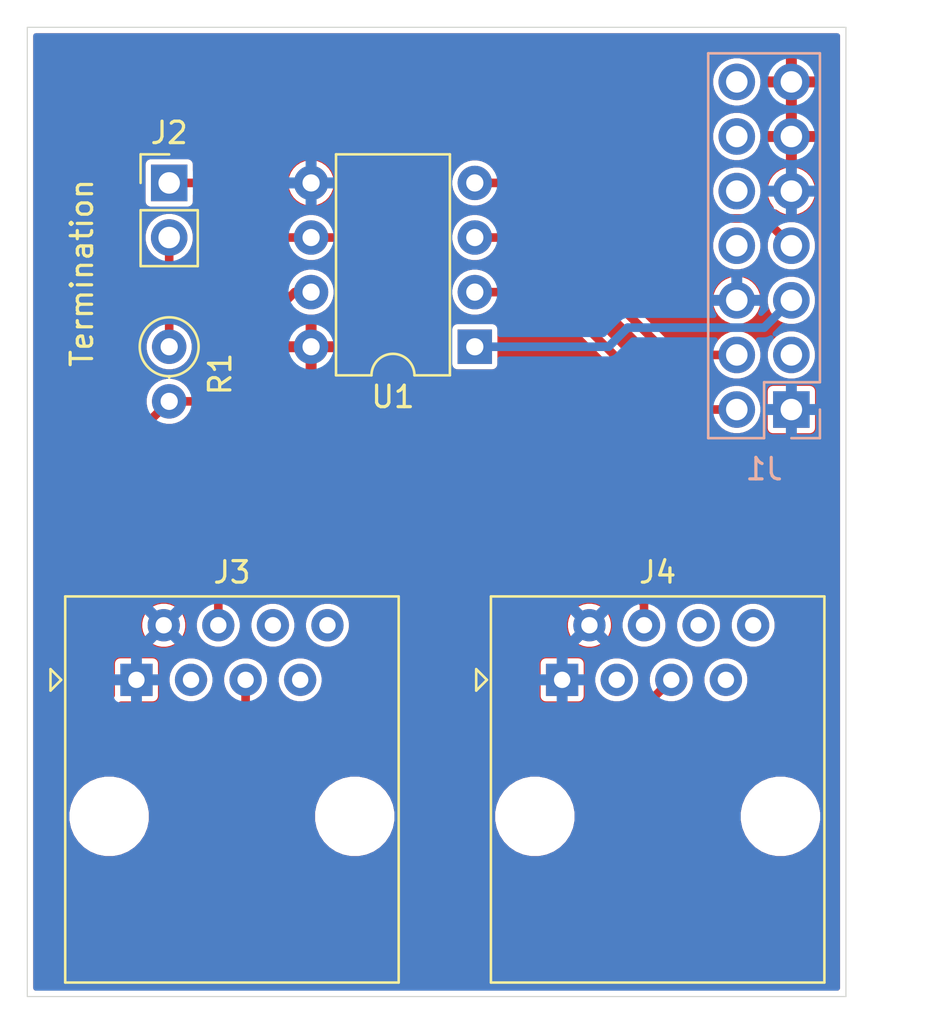
<source format=kicad_pcb>
(kicad_pcb (version 20211014) (generator pcbnew)
  (layers (0 "F.Cu" signal) (31 "B.Cu" signal) (34 "B.Paste" user) (35 "F.Paste" user) (36 "B.SilkS" user "B.Silkscreen") (37 "F.SilkS" user "F.Silkscreen") (38 "B.Mask" user) (39 "F.Mask" user) (44 "Edge.Cuts" user))
  (net 0 "")
  (net 1 "VCC")
  (net 2 "GND")
  (net 3 "DI")
  (net 4 "RO")
  (net 5 "DE")
  (net 6 "RE")
  (net 7 "A")
  (net 8 "Net-(J2-Pad2)")
  (net 9 "B")
  (footprint "Connector_PinHeader_2.54mm:PinHeader_1x02_P2.54mm_Vertical" (layer "F.Cu") (at 142.494 56.134)
    (fp_text reference "J2" (at 0 -2.33) (layer "F.SilkS"))
    (fp_text value "Conn_01x02")
    (fp_line (start -1.33 0) (end -1.33 -1.33) (layer "F.SilkS") (width 0.12))
    (fp_line (start 1.33 1.27) (end 1.33 3.87) (layer "F.SilkS") (width 0.12))
    (fp_line (start -1.33 -1.33) (end 0 -1.33) (layer "F.SilkS") (width 0.12))
    (fp_line (start -1.33 3.87) (end 1.33 3.87) (layer "F.SilkS") (width 0.12))
    (fp_line (start -1.33 1.27) (end -1.33 3.87) (layer "F.SilkS") (width 0.12))
    (fp_line (start -1.33 1.27) (end 1.33 1.27) (layer "F.SilkS") (width 0.12))
    (pad "1" thru_hole rect locked (at 0 0) (size 1.7 1.7) (drill 1) (layers *.Cu *.Mask) (net 7 "A"))
    (pad "2" thru_hole oval locked (at 0 2.54) (size 1.7 1.7) (drill 1) (layers *.Cu *.Mask) (net 8 "Net-(J2-Pad2)"))
  )
  (footprint "Connector_RJ:RJ45_Amphenol_54602-x08_Horizontal" (layer "F.Cu") (at 140.97 79.248)
    (fp_text reference "J3" (at 4.445 -5) (layer "F.SilkS"))
    (fp_text value "RJ45")
    (fp_line (start -4 -0.5) (end -4 0.5) (layer "F.SilkS") (width 0.12))
    (fp_line (start 12.205 -3.88) (end -3.315 -3.88) (layer "F.SilkS") (width 0.12))
    (fp_line (start -4 0.5) (end -3.5 0) (layer "F.SilkS") (width 0.12))
    (fp_line (start 12.205 -3.88) (end 12.205 14.08) (layer "F.SilkS") (width 0.12))
    (fp_line (start -3.315 14.08) (end 12.205 14.08) (layer "F.SilkS") (width 0.12))
    (fp_line (start -3.315 -3.88) (end -3.315 14.08) (layer "F.SilkS") (width 0.12))
    (fp_line (start -3.5 0) (end -4 -0.5) (layer "F.SilkS") (width 0.12))
    (pad "" np_thru_hole circle locked (at 10.16 6.35) (size 3.2 3.2) (drill 3.2) (layers *.Cu *.Mask))
    (pad "" np_thru_hole circle locked (at -1.27 6.35) (size 3.2 3.2) (drill 3.2) (layers *.Cu *.Mask))
    (pad "1" thru_hole rect locked (at 0 0) (size 1.5 1.5) (drill 0.76) (layers *.Cu *.Mask) (net 2 "GND"))
    (pad "2" thru_hole circle locked (at 1.27 -2.54) (size 1.5 1.5) (drill 0.76) (layers *.Cu *.Mask) (net 2 "GND"))
    (pad "3" thru_hole circle locked (at 2.54 0) (size 1.5 1.5) (drill 0.76) (layers *.Cu *.Mask))
    (pad "4" thru_hole circle locked (at 3.81 -2.54) (size 1.5 1.5) (drill 0.76) (layers *.Cu *.Mask) (net 7 "A"))
    (pad "5" thru_hole circle locked (at 5.08 0) (size 1.5 1.5) (drill 0.76) (layers *.Cu *.Mask) (net 9 "B"))
    (pad "6" thru_hole circle locked (at 6.35 -2.54) (size 1.5 1.5) (drill 0.76) (layers *.Cu *.Mask))
    (pad "7" thru_hole circle locked (at 7.62 0) (size 1.5 1.5) (drill 0.76) (layers *.Cu *.Mask))
    (pad "8" thru_hole circle locked (at 8.89 -2.54) (size 1.5 1.5) (drill 0.76) (layers *.Cu *.Mask))
  )
  (footprint "Connector_RJ:RJ45_Amphenol_54602-x08_Horizontal" (layer "F.Cu") (at 160.782 79.248)
    (fp_text reference "J4" (at 4.445 -5) (layer "F.SilkS"))
    (fp_text value "RJ45")
    (fp_line (start -3.5 0) (end -4 -0.5) (layer "F.SilkS") (width 0.12))
    (fp_line (start -4 0.5) (end -3.5 0) (layer "F.SilkS") (width 0.12))
    (fp_line (start 12.205 -3.88) (end 12.205 14.08) (layer "F.SilkS") (width 0.12))
    (fp_line (start -3.315 -3.88) (end -3.315 14.08) (layer "F.SilkS") (width 0.12))
    (fp_line (start 12.205 -3.88) (end -3.315 -3.88) (layer "F.SilkS") (width 0.12))
    (fp_line (start -4 -0.5) (end -4 0.5) (layer "F.SilkS") (width 0.12))
    (fp_line (start -3.315 14.08) (end 12.205 14.08) (layer "F.SilkS") (width 0.12))
    (pad "" np_thru_hole circle locked (at 10.16 6.35) (size 3.2 3.2) (drill 3.2) (layers *.Cu *.Mask))
    (pad "" np_thru_hole circle locked (at -1.27 6.35) (size 3.2 3.2) (drill 3.2) (layers *.Cu *.Mask))
    (pad "1" thru_hole rect locked (at 0 0) (size 1.5 1.5) (drill 0.76) (layers *.Cu *.Mask) (net 2 "GND"))
    (pad "2" thru_hole circle locked (at 1.27 -2.54) (size 1.5 1.5) (drill 0.76) (layers *.Cu *.Mask) (net 2 "GND"))
    (pad "3" thru_hole circle locked (at 2.54 0) (size 1.5 1.5) (drill 0.76) (layers *.Cu *.Mask))
    (pad "4" thru_hole circle locked (at 3.81 -2.54) (size 1.5 1.5) (drill 0.76) (layers *.Cu *.Mask) (net 7 "A"))
    (pad "5" thru_hole circle locked (at 5.08 0) (size 1.5 1.5) (drill 0.76) (layers *.Cu *.Mask) (net 9 "B"))
    (pad "6" thru_hole circle locked (at 6.35 -2.54) (size 1.5 1.5) (drill 0.76) (layers *.Cu *.Mask))
    (pad "7" thru_hole circle locked (at 7.62 0) (size 1.5 1.5) (drill 0.76) (layers *.Cu *.Mask))
    (pad "8" thru_hole circle locked (at 8.89 -2.54) (size 1.5 1.5) (drill 0.76) (layers *.Cu *.Mask))
  )
  (footprint "Resistor_THT:R_Axial_DIN0207_L6.3mm_D2.5mm_P2.54mm_Vertical" (layer "F.Cu") (at 142.494 63.754 -90)
    (fp_text reference "R1" (at 1.27 -2.37 90) (layer "F.SilkS"))
    (fp_text value "120R")
    (fp_line (start 1.37 0) (end 1.44 0) (layer "F.SilkS") (width 0.12))
    (fp_circle (center 0 0) (end 1.37 0) (layer "F.SilkS") (width 0.12) (fill none))
    (pad "1" thru_hole circle locked (at 0 0 270) (size 1.6 1.6) (drill 0.8) (layers *.Cu *.Mask) (net 8 "Net-(J2-Pad2)"))
    (pad "2" thru_hole oval locked (at 2.54 0 270) (size 1.6 1.6) (drill 0.8) (layers *.Cu *.Mask) (net 9 "B"))
  )
  (footprint "Package_DIP:DIP-8_W7.62mm" (layer "F.Cu") (at 156.718 63.754 180)
    (fp_text reference "U1" (at 3.81 -2.33) (layer "F.SilkS"))
    (fp_text value "MAX485E")
    (fp_line (start 1.16 -1.33) (end 1.16 8.95) (layer "F.SilkS") (width 0.12))
    (fp_line (start 6.46 -1.33) (end 4.81 -1.33) (layer "F.SilkS") (width 0.12))
    (fp_line (start 2.81 -1.33) (end 1.16 -1.33) (layer "F.SilkS") (width 0.12))
    (fp_line (start 6.46 8.95) (end 6.46 -1.33) (layer "F.SilkS") (width 0.12))
    (fp_line (start 1.16 8.95) (end 6.46 8.95) (layer "F.SilkS") (width 0.12))
    (fp_arc (start 4.81 -1.33) (mid 3.81 -0.33) (end 2.81 -1.33) (layer "F.SilkS") (width 0.12))
    (pad "1" thru_hole rect locked (at 0 0 180) (size 1.6 1.6) (drill 0.8) (layers *.Cu *.Mask) (net 4 "RO"))
    (pad "2" thru_hole oval locked (at 0 2.54 180) (size 1.6 1.6) (drill 0.8) (layers *.Cu *.Mask) (net 6 "RE"))
    (pad "3" thru_hole oval locked (at 0 5.08 180) (size 1.6 1.6) (drill 0.8) (layers *.Cu *.Mask) (net 5 "DE"))
    (pad "4" thru_hole oval locked (at 0 7.62 180) (size 1.6 1.6) (drill 0.8) (layers *.Cu *.Mask) (net 3 "DI"))
    (pad "5" thru_hole oval locked (at 7.62 7.62 180) (size 1.6 1.6) (drill 0.8) (layers *.Cu *.Mask) (net 2 "GND"))
    (pad "6" thru_hole oval locked (at 7.62 5.08 180) (size 1.6 1.6) (drill 0.8) (layers *.Cu *.Mask) (net 7 "A"))
    (pad "7" thru_hole oval locked (at 7.62 2.54 180) (size 1.6 1.6) (drill 0.8) (layers *.Cu *.Mask) (net 9 "B"))
    (pad "8" thru_hole oval locked (at 7.62 0 180) (size 1.6 1.6) (drill 0.8) (layers *.Cu *.Mask) (net 1 "VCC"))
  )
  (footprint "Connector_PinSocket_2.54mm:PinSocket_2x07_P2.54mm_Vertical" (layer "B.Cu") (at 171.45 66.675)
    (fp_text reference "J1" (at -1.27 2.77) (layer "B.SilkS") (effects (justify mirror)))
    (fp_text value "Conn_02x07_Odd_Even")
    (fp_line (start -3.87 -16.57) (end 1.33 -16.57) (layer "B.SilkS") (width 0.12))
    (fp_line (start -3.87 1.33) (end -3.87 -16.57) (layer "B.SilkS") (width 0.12))
    (fp_line (start 1.33 1.33) (end 1.33 0) (layer "B.SilkS") (width 0.12))
    (fp_line (start -1.27 -1.27) (end 1.33 -1.27) (layer "B.SilkS") (width 0.12))
    (fp_line (start -1.27 1.33) (end -1.27 -1.27) (layer "B.SilkS") (width 0.12))
    (fp_line (start 0 1.33) (end 1.33 1.33) (layer "B.SilkS") (width 0.12))
    (fp_line (start -3.87 1.33) (end -1.27 1.33) (layer "B.SilkS") (width 0.12))
    (fp_line (start 1.33 -1.27) (end 1.33 -16.57) (layer "B.SilkS") (width 0.12))
    (pad "1" thru_hole rect locked (at 0 0) (size 1.7 1.7) (drill 1) (layers *.Cu *.Mask) (net 2 "GND"))
    (pad "2" thru_hole oval locked (at -2.54 0) (size 1.7 1.7) (drill 1) (layers *.Cu *.Mask) (net 6 "RE"))
    (pad "3" thru_hole oval locked (at 0 -2.54) (size 1.7 1.7) (drill 1) (layers *.Cu *.Mask))
    (pad "4" thru_hole oval locked (at -2.54 -2.54) (size 1.7 1.7) (drill 1) (layers *.Cu *.Mask) (net 5 "DE"))
    (pad "5" thru_hole oval locked (at 0 -5.08) (size 1.7 1.7) (drill 1) (layers *.Cu *.Mask) (net 4 "RO"))
    (pad "6" thru_hole oval locked (at -2.54 -5.08) (size 1.7 1.7) (drill 1) (layers *.Cu *.Mask) (net 2 "GND"))
    (pad "7" thru_hole oval locked (at 0 -7.62) (size 1.7 1.7) (drill 1) (layers *.Cu *.Mask) (net 3 "DI"))
    (pad "8" thru_hole oval locked (at -2.54 -7.62) (size 1.7 1.7) (drill 1) (layers *.Cu *.Mask))
    (pad "9" thru_hole oval locked (at 0 -10.16) (size 1.7 1.7) (drill 1) (layers *.Cu *.Mask) (net 2 "GND"))
    (pad "10" thru_hole oval locked (at -2.54 -10.16) (size 1.7 1.7) (drill 1) (layers *.Cu *.Mask))
    (pad "11" thru_hole oval locked (at 0 -12.7) (size 1.7 1.7) (drill 1) (layers *.Cu *.Mask) (net 1 "VCC"))
    (pad "12" thru_hole oval locked (at -2.54 -12.7) (size 1.7 1.7) (drill 1) (layers *.Cu *.Mask))
    (pad "13" thru_hole oval locked (at 0 -15.24) (size 1.7 1.7) (drill 1) (layers *.Cu *.Mask) (net 1 "VCC"))
    (pad "14" thru_hole oval locked (at -2.54 -15.24) (size 1.7 1.7) (drill 1) (layers *.Cu *.Mask))
  )
  (gr_line (start 135.89 93.98) (end 135.89 48.895) (layer "Edge.Cuts") (width 0.05))
  (gr_line (start 135.89 48.895) (end 173.99 48.895) (layer "Edge.Cuts") (width 0.05))
  (gr_line (start 173.99 93.98) (end 135.89 93.98) (layer "Edge.Cuts") (width 0.05))
  (gr_line (start 173.99 48.895) (end 173.99 93.98) (layer "Edge.Cuts") (width 0.05))
  (gr_text "Termination" (at 138.43 60.325 90) (layer "F.SilkS") (effects (font (size 1 1))))
  (segment (start 170.18 57.785) (end 162.56 57.785) (width 0.4) (layer "F.Cu") (net 3))
  (segment (start 160.909 56.134) (end 156.718 56.134) (width 0.4) (layer "F.Cu") (net 3))
  (segment (start 162.56 57.785) (end 160.909 56.134) (width 0.4) (layer "F.Cu") (net 3))
  (segment (start 171.45 59.055) (end 170.18 57.785) (width 0.4) (layer "F.Cu") (net 3))
  (segment (start 162.941 63.754) (end 156.718 63.754) (width 0.4) (layer "B.Cu") (net 4))
  (segment (start 171.45 61.595) (end 170.18 62.865) (width 0.4) (layer "B.Cu") (net 4))
  (segment (start 170.18 62.865) (end 163.83 62.865) (width 0.4) (layer "B.Cu") (net 4))
  (segment (start 163.83 62.865) (end 162.941 63.754) (width 0.4) (layer "B.Cu") (net 4))
  (segment (start 168.91 64.135) (end 165.735 64.135) (width 0.4) (layer "F.Cu") (net 5))
  (segment (start 160.274 58.674) (end 156.718 58.674) (width 0.4) (layer "F.Cu") (net 5))
  (segment (start 165.735 64.135) (end 160.274 58.674) (width 0.4) (layer "F.Cu") (net 5))
  (segment (start 168.91 66.675) (end 165.735 66.675) (width 0.4) (layer "F.Cu") (net 6))
  (segment (start 160.274 61.214) (end 156.718 61.214) (width 0.4) (layer "F.Cu") (net 6))
  (segment (start 165.735 66.675) (end 160.274 61.214) (width 0.4) (layer "F.Cu") (net 6))
  (segment (start 164.592 75.692) (end 164.592 76.708) (width 0.4) (layer "F.Cu") (net 7))
  (segment (start 151.765 59.69) (end 151.765 74.295) (width 0.4) (layer "F.Cu") (net 7))
  (segment (start 145.034 56.134) (end 147.574 58.674) (width 0.4) (layer "F.Cu") (net 7))
  (segment (start 149.098 58.674) (end 150.749 58.674) (width 0.4) (layer "F.Cu") (net 7))
  (segment (start 150.749 58.674) (end 151.765 59.69) (width 0.4) (layer "F.Cu") (net 7))
  (segment (start 151.765 74.295) (end 163.195 74.295) (width 0.4) (layer "F.Cu") (net 7))
  (segment (start 146.05 74.295) (end 151.765 74.295) (width 0.4) (layer "F.Cu") (net 7))
  (segment (start 144.78 76.708) (end 144.78 75.565) (width 0.4) (layer "F.Cu") (net 7))
  (segment (start 147.574 58.674) (end 149.098 58.674) (width 0.4) (layer "F.Cu") (net 7))
  (segment (start 142.494 56.134) (end 145.034 56.134) (width 0.4) (layer "F.Cu") (net 7))
  (segment (start 144.78 75.565) (end 146.05 74.295) (width 0.4) (layer "F.Cu") (net 7))
  (segment (start 163.195 74.295) (end 164.592 75.692) (width 0.4) (layer "F.Cu") (net 7))
  (segment (start 142.494 58.674) (end 142.494 63.754) (width 0.4) (layer "F.Cu") (net 8))
  (segment (start 139.065 69.723) (end 142.494 66.294) (width 0.4) (layer "F.Cu") (net 9))
  (segment (start 140.335 81.28) (end 139.065 80.01) (width 0.4) (layer "F.Cu") (net 9))
  (segment (start 146.05 81.28) (end 140.335 81.28) (width 0.4) (layer "F.Cu") (net 9))
  (segment (start 142.494 66.294) (end 144.526 66.294) (width 0.4) (layer "F.Cu") (net 9))
  (segment (start 163.83 81.28) (end 146.05 81.28) (width 0.4) (layer "F.Cu") (net 9))
  (segment (start 139.065 80.01) (end 139.065 69.723) (width 0.4) (layer "F.Cu") (net 9))
  (segment (start 148.336 61.214) (end 149.098 61.214) (width 0.4) (layer "F.Cu") (net 9))
  (segment (start 147.32 62.23) (end 148.336 61.214) (width 0.4) (layer "F.Cu") (net 9))
  (segment (start 144.526 66.294) (end 147.32 63.5) (width 0.4) (layer "F.Cu") (net 9))
  (segment (start 146.05 79.248) (end 146.05 81.28) (width 0.4) (layer "F.Cu") (net 9))
  (segment (start 165.862 79.248) (end 163.83 81.28) (width 0.4) (layer "F.Cu") (net 9))
  (segment (start 147.32 63.5) (end 147.32 62.23) (width 0.4) (layer "F.Cu") (net 9))
  (zone (net 1) (net_name "VCC") (layer "F.Cu") (connect_pads (clearance 0.25)) (min_thickness 0.254) (fill yes (thermal_gap 0.3) (thermal_bridge_width 0.508))
    (polygon (pts (xy 174.625 94.615) (xy 135.255 94.615) (xy 135.255 48.26) (xy 174.625 48.26)))
  )
  (zone (net 2) (net_name "GND") (layer "B.Cu") (connect_pads (clearance 0.25)) (min_thickness 0.254) (fill yes (thermal_gap 0.3) (thermal_bridge_width 0.508))
    (polygon (pts (xy 175.26 95.25) (xy 134.62 95.25) (xy 134.62 47.625) (xy 175.26 47.625)))
  )
)
</source>
